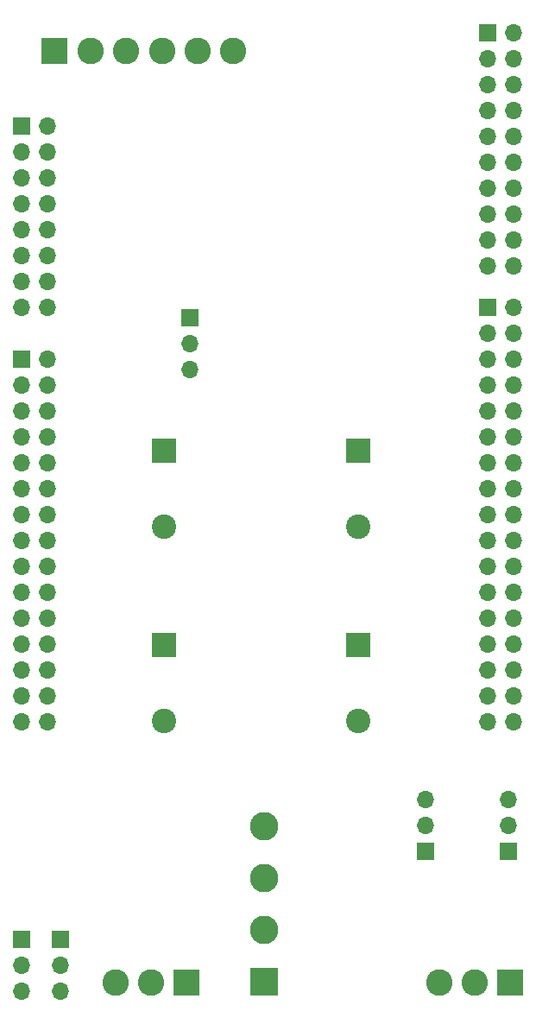
<source format=gbr>
%TF.GenerationSoftware,KiCad,Pcbnew,8.0.7*%
%TF.CreationDate,2025-01-04T12:20:45+01:00*%
%TF.ProjectId,adapater_a,61646170-6174-4657-925f-612e6b696361,1*%
%TF.SameCoordinates,Original*%
%TF.FileFunction,Soldermask,Bot*%
%TF.FilePolarity,Negative*%
%FSLAX46Y46*%
G04 Gerber Fmt 4.6, Leading zero omitted, Abs format (unit mm)*
G04 Created by KiCad (PCBNEW 8.0.7) date 2025-01-04 12:20:45*
%MOMM*%
%LPD*%
G01*
G04 APERTURE LIST*
%ADD10R,2.400000X2.400000*%
%ADD11C,2.400000*%
%ADD12R,1.700000X1.700000*%
%ADD13O,1.700000X1.700000*%
%ADD14R,2.600000X2.600000*%
%ADD15C,2.600000*%
%ADD16R,2.800000X2.800000*%
%ADD17C,2.800000*%
G04 APERTURE END LIST*
D10*
%TO.C,C101*%
X-43490000Y-2562220D03*
D11*
X-43490000Y-10062220D03*
%TD*%
D12*
%TO.C,J105*%
X-11740000Y30536000D03*
D13*
X-9200000Y30536000D03*
X-11740000Y27996000D03*
X-9200000Y27996000D03*
X-11740000Y25456000D03*
X-9200000Y25456000D03*
X-11740000Y22916000D03*
X-9200000Y22916000D03*
X-11740000Y20376000D03*
X-9200000Y20376000D03*
X-11740000Y17836000D03*
X-9200000Y17836000D03*
X-11740000Y15296000D03*
X-9200000Y15296000D03*
X-11740000Y12756000D03*
X-9200000Y12756000D03*
X-11740000Y10216000D03*
X-9200000Y10216000D03*
X-11740000Y7676000D03*
X-9200000Y7676000D03*
X-11740000Y5136000D03*
X-9200000Y5136000D03*
X-11740000Y2596000D03*
X-9200000Y2596000D03*
X-11740000Y56000D03*
X-9200000Y56000D03*
X-11740000Y-2484000D03*
X-9200000Y-2484000D03*
X-11740000Y-5024000D03*
X-9200000Y-5024000D03*
X-11740000Y-7564000D03*
X-9200000Y-7564000D03*
X-11740000Y-10104000D03*
X-9200000Y-10104000D03*
%TD*%
D14*
%TO.C,J202*%
X-54188000Y55682000D03*
D15*
X-50688000Y55682000D03*
X-47188000Y55682000D03*
X-43688000Y55682000D03*
X-40188000Y55682000D03*
X-36688000Y55682000D03*
%TD*%
D12*
%TO.C,J104*%
X-11740000Y57460000D03*
D13*
X-9200000Y57460000D03*
X-11740000Y54920000D03*
X-9200000Y54920000D03*
X-11740000Y52380000D03*
X-9200000Y52380000D03*
X-11740000Y49840000D03*
X-9200000Y49840000D03*
X-11740000Y47300000D03*
X-9200000Y47300000D03*
X-11740000Y44760000D03*
X-9200000Y44760000D03*
X-11740000Y42220000D03*
X-9200000Y42220000D03*
X-11740000Y39680000D03*
X-9200000Y39680000D03*
X-11740000Y37140000D03*
X-9200000Y37140000D03*
X-11740000Y34600000D03*
X-9200000Y34600000D03*
%TD*%
D14*
%TO.C,J101*%
X-41260000Y-35705000D03*
D15*
X-44760000Y-35705000D03*
X-48260000Y-35705000D03*
%TD*%
D12*
%TO.C,J102*%
X-57460000Y48316000D03*
D13*
X-54920000Y48316000D03*
X-57460000Y45776000D03*
X-54920000Y45776000D03*
X-57460000Y43236000D03*
X-54920000Y43236000D03*
X-57460000Y40696000D03*
X-54920000Y40696000D03*
X-57460000Y38156000D03*
X-54920000Y38156000D03*
X-57460000Y35616000D03*
X-54920000Y35616000D03*
X-57460000Y33076000D03*
X-54920000Y33076000D03*
X-57460000Y30536000D03*
X-54920000Y30536000D03*
%TD*%
D12*
%TO.C,JP103*%
X-9708000Y-22804000D03*
D13*
X-9708000Y-20264000D03*
X-9708000Y-17724000D03*
%TD*%
D12*
%TO.C,JP101*%
X-53650000Y-31440000D03*
D13*
X-53650000Y-33980000D03*
X-53650000Y-36520000D03*
%TD*%
D12*
%TO.C,J103*%
X-57460000Y25456000D03*
D13*
X-54920000Y25456000D03*
X-57460000Y22916000D03*
X-54920000Y22916000D03*
X-57460000Y20376000D03*
X-54920000Y20376000D03*
X-57460000Y17836000D03*
X-54920000Y17836000D03*
X-57460000Y15296000D03*
X-54920000Y15296000D03*
X-57460000Y12756000D03*
X-54920000Y12756000D03*
X-57460000Y10216000D03*
X-54920000Y10216000D03*
X-57460000Y7676000D03*
X-54920000Y7676000D03*
X-57460000Y5136000D03*
X-54920000Y5136000D03*
X-57460000Y2596000D03*
X-54920000Y2596000D03*
X-57460000Y56000D03*
X-54920000Y56000D03*
X-57460000Y-2484000D03*
X-54920000Y-2484000D03*
X-57460000Y-5024000D03*
X-54920000Y-5024000D03*
X-57460000Y-7564000D03*
X-54920000Y-7564000D03*
X-57460000Y-10104000D03*
X-54920000Y-10104000D03*
%TD*%
D14*
%TO.C,J201*%
X-9510000Y-35705000D03*
D15*
X-13010000Y-35705000D03*
X-16510000Y-35705000D03*
%TD*%
D12*
%TO.C,JP106*%
X-40950000Y29505000D03*
D13*
X-40950000Y26965000D03*
X-40950000Y24425000D03*
%TD*%
D10*
%TO.C,C104*%
X-43490000Y16487780D03*
D11*
X-43490000Y8987780D03*
%TD*%
D10*
%TO.C,C103*%
X-24440000Y16487780D03*
D11*
X-24440000Y8987780D03*
%TD*%
D10*
%TO.C,C102*%
X-24440000Y-2562220D03*
D11*
X-24440000Y-10062220D03*
%TD*%
D12*
%TO.C,JP102*%
X-57460000Y-31440000D03*
D13*
X-57460000Y-33980000D03*
X-57460000Y-36520000D03*
%TD*%
D16*
%TO.C,D101*%
X-33670523Y-35590000D03*
D17*
X-33670523Y-30510000D03*
X-33670523Y-25430000D03*
X-33670523Y-20350000D03*
%TD*%
D12*
%TO.C,JP105*%
X-17836000Y-22819000D03*
D13*
X-17836000Y-20279000D03*
X-17836000Y-17739000D03*
%TD*%
M02*

</source>
